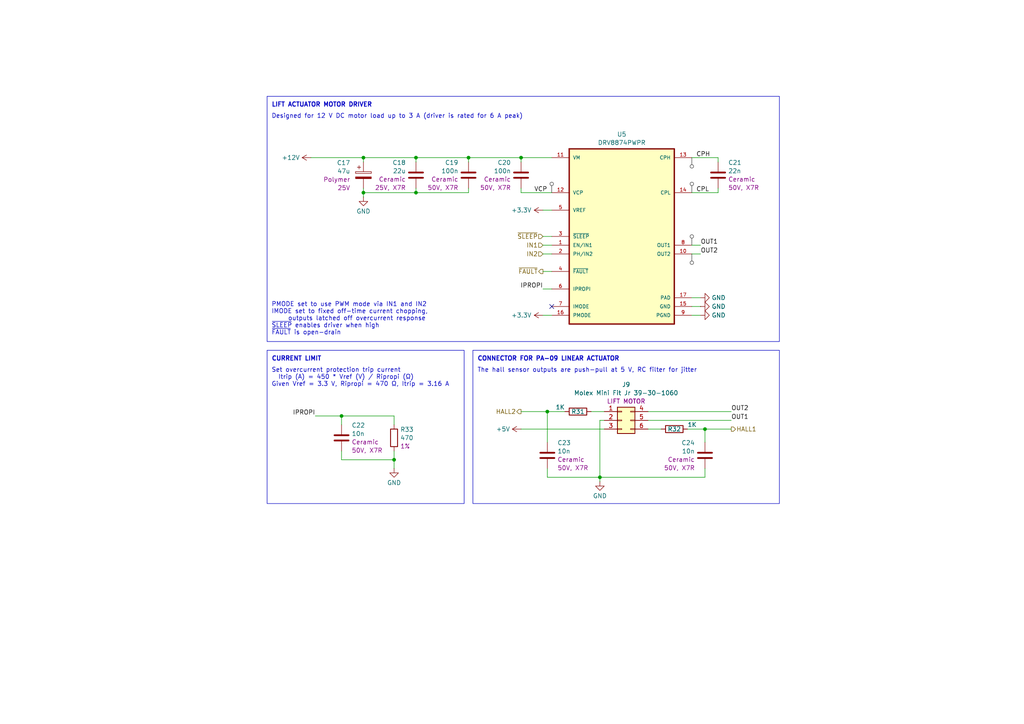
<source format=kicad_sch>
(kicad_sch (version 20250114) (generator "eeschema") (generator_version "9.0")
  (paper "A4")
  (title_block (title "Bed Lift Controller") (date "2026-01") (rev "v1.0") (company "Brown Studios LLC") (comment 1 "github.com/j9brown/bed-lift"))
  (lib_symbols
    (symbol "Connector_Generic:Conn_02x03_Top_Bottom" (pin_names (offset 1.016) (hide yes))
      (property "Reference" "J" (at 1.27 5.08 0))
      (property "Value" "Conn_02x03_Top_Bottom" (at 1.27 -5.08 0))
      (symbol "Conn_02x03_Top_Bottom_1_1"
        (rectangle (start -1.27 3.81) (end 3.81 -3.81) (stroke (width 0.254)) (fill (type background)))
        (rectangle (start -1.27 2.667) (end 0 2.413) (stroke (width 0.1524)))
        (rectangle (start -1.27 0.127) (end 0 -0.127) (stroke (width 0.1524)))
        (rectangle (start -1.27 -2.413) (end 0 -2.667) (stroke (width 0.1524)))
        (rectangle (start 3.81 2.667) (end 2.54 2.413) (stroke (width 0.1524)))
        (rectangle (start 3.81 0.127) (end 2.54 -0.127) (stroke (width 0.1524)))
        (rectangle (start 3.81 -2.413) (end 2.54 -2.667) (stroke (width 0.1524)))
        (pin passive line (at -5.08 2.54 0) (length 3.81) (name "Pin_1") (number "1"))
        (pin passive line (at -5.08 0 0) (length 3.81) (name "Pin_2") (number "2"))
        (pin passive line (at -5.08 -2.54 0) (length 3.81) (name "Pin_3") (number "3"))
        (pin passive line (at 7.62 2.54 180) (length 3.81) (name "Pin_4") (number "4"))
        (pin passive line (at 7.62 0 180) (length 3.81) (name "Pin_5") (number "5"))
        (pin passive line (at 7.62 -2.54 180) (length 3.81) (name "Pin_6") (number "6"))
      )
    )
    (symbol "DRV8874PWPR:DRV8874PWPR" (pin_names (offset 1.016))
      (property "Reference" "U" (at -15.24 26.4 0))
      (property "Value" "DRV8874PWPR" (at -15.24 -29.4 0))
      (symbol "DRV8874PWPR_0_0"
        (rectangle (start -15.24 25.4) (end 15.24 -25.4) (stroke (width 0.41)) (fill (type background)))
        (pin power_in line (at -20.32 22.86 0) (length 5.08) (name "VM") (number "11"))
        (pin power_out line (at -20.32 12.7 0) (length 5.08) (name "VCP") (number "12"))
        (pin input line (at -20.32 7.62 0) (length 5.08) (name "VREF") (number "5"))
        (pin input line (at -20.32 0 0) (length 5.08) (name "~{SLEEP}") (number "3"))
        (pin input line (at -20.32 -2.54 0) (length 5.08) (name "EN/IN1") (number "1"))
        (pin input line (at -20.32 -5.08 0) (length 5.08) (name "PH/IN2") (number "2"))
        (pin output line (at -20.32 -15.24 0) (length 5.08) (name "IPROPI") (number "6"))
        (pin input line (at -20.32 -20.32 0) (length 5.08) (name "IMODE") (number "7"))
        (pin input line (at -20.32 -22.86 0) (length 5.08) (name "PMODE") (number "16"))
        (pin power_out line (at 20.32 22.86 180) (length 5.08) (name "CPH") (number "13"))
        (pin power_out line (at 20.32 12.7 180) (length 5.08) (name "CPL") (number "14"))
        (pin passive line (at 20.32 -17.78 180) (length 5.08) (name "PAD") (number "17"))
        (pin power_in line (at 20.32 -20.32 180) (length 5.08) (name "GND") (number "15"))
        (pin power_in line (at 20.32 -22.86 180) (length 5.08) (name "PGND") (number "9"))
      )
      (symbol "DRV8874PWPR_1_0"
        (pin open_collector line (at -20.32 -10.16 0) (length 5.08) (name "~{FAULT}") (number "4"))
        (pin power_out line (at 20.32 -2.54 180) (length 5.08) (name "OUT1") (number "8"))
        (pin power_out line (at 20.32 -5.08 180) (length 5.08) (name "OUT2") (number "10"))
      )
    )
    (symbol "Device:C" (pin_numbers (hide yes)) (pin_names (offset 0.254))
      (property "Reference" "C" (at 0.635 2.54 0))
      (property "Value" "C" (at 0.635 -2.54 0))
      (symbol "C_0_1"
        (polyline (pts (xy -2.032 0.762) (xy 2.032 0.762)) (stroke (width 0.508)))
        (polyline (pts (xy -2.032 -0.762) (xy 2.032 -0.762)) (stroke (width 0.508)))
      )
      (symbol "C_1_1"
        (pin passive line (at 0 3.81 270) (length 2.794) (name "~") (number "1"))
        (pin passive line (at 0 -3.81 90) (length 2.794) (name "~") (number "2"))
      )
    )
    (symbol "Device:C_Polarized" (pin_numbers (hide yes)) (pin_names (offset 0.254))
      (property "Reference" "C" (at 0.635 2.54 0))
      (property "Value" "C_Polarized" (at 0.635 -2.54 0))
      (symbol "C_Polarized_0_1"
        (rectangle (start -2.286 0.508) (end 2.286 1.016))
        (polyline (pts (xy -1.778 2.286) (xy -0.762 2.286)))
        (polyline (pts (xy -1.27 2.794) (xy -1.27 1.778)))
        (rectangle (start 2.286 -0.508) (end -2.286 -1.016) (fill (type outline)))
      )
      (symbol "C_Polarized_1_1"
        (pin passive line (at 0 3.81 270) (length 2.794) (name "~") (number "1"))
        (pin passive line (at 0 -3.81 90) (length 2.794) (name "~") (number "2"))
      )
    )
    (symbol "Device:R" (pin_numbers (hide yes)) (pin_names (offset 0))
      (property "Reference" "R" (at 2.032 0 90))
      (property "Value" "R" (at 0 0 90))
      (symbol "R_0_1"
        (rectangle (start -1.016 -2.54) (end 1.016 2.54) (stroke (width 0.254)))
      )
      (symbol "R_1_1"
        (pin passive line (at 0 3.81 270) (length 1.27) (name "~") (number "1"))
        (pin passive line (at 0 -3.81 90) (length 1.27) (name "~") (number "2"))
      )
    )
    (symbol "power:+12V" (power) (pin_numbers (hide yes)) (pin_names (offset 0) (hide yes))
      (property "Value" "+12V" (at 0 3.556 0))
      (symbol "+12V_0_1"
        (polyline (pts (xy -0.762 1.27) (xy 0 2.54)))
        (polyline (pts (xy 0 2.54) (xy 0.762 1.27)))
        (polyline (pts (xy 0 0) (xy 0 2.54)))
      )
      (symbol "+12V_1_1"
        (pin power_in line (at 0 0 90) (length 0) (name "~") (number "1"))
      )
    )
    (symbol "power:+3.3V" (power) (pin_numbers (hide yes)) (pin_names (offset 0) (hide yes))
      (property "Value" "+3.3V" (at 0 3.556 0))
      (symbol "+3.3V_0_1"
        (polyline (pts (xy -0.762 1.27) (xy 0 2.54)))
        (polyline (pts (xy 0 2.54) (xy 0.762 1.27)))
        (polyline (pts (xy 0 0) (xy 0 2.54)))
      )
      (symbol "+3.3V_1_1"
        (pin power_in line (at 0 0 90) (length 0) (name "~") (number "1"))
      )
    )
    (symbol "power:+5V" (power) (pin_numbers (hide yes)) (pin_names (offset 0) (hide yes))
      (property "Value" "+5V" (at 0 3.556 0))
      (symbol "+5V_0_1"
        (polyline (pts (xy -0.762 1.27) (xy 0 2.54)))
        (polyline (pts (xy 0 2.54) (xy 0.762 1.27)))
        (polyline (pts (xy 0 0) (xy 0 2.54)))
      )
      (symbol "+5V_1_1"
        (pin power_in line (at 0 0 90) (length 0) (name "~") (number "1"))
      )
    )
    (symbol "power:GND" (power) (pin_numbers (hide yes)) (pin_names (offset 0) (hide yes))
      (property "Value" "GND" (at 0 -3.81 0))
      (symbol "GND_0_1"
        (polyline (pts (xy 0 0) (xy 0 -1.27) (xy 1.27 -1.27) (xy 0 -2.54) (xy -1.27 -1.27) (xy 0 -1.27)))
      )
      (symbol "GND_1_1"
        (pin power_in line (at 0 0 270) (length 0) (name "~") (number "1"))
      )
    )
  )
  (rectangle (start 77.47 101.6) (end 134.62 146.05))
  (rectangle (start 77.47 27.94) (end 226.06 99.06))
  (rectangle (start 137.16 101.6) (end 226.06 146.05))
  (text "CONNECTOR FOR PA-09 LINEAR ACTUATOR" (at 138.43 104.14 0) (effects (font (size 1.27 1.27) (thickness 0.254) (bold yes)) (justify left)))
  (text "PMODE set to use PWM mode via IN1 and IN2\nIMODE set to fixed off-time current chopping,\n	outputs latched off overcurrent response\n~{SLEEP} enables driver when high\n~{FAULT} is open-drain" (at 78.74 87.63 0) (effects (font (size 1.27 1.27)) (justify left top)))
  (text "LIFT ACTUATOR MOTOR DRIVER" (at 78.74 30.48 0) (effects (font (size 1.27 1.27) (thickness 0.254) (bold yes)) (justify left)))
  (text "CURRENT LIMIT" (at 78.74 104.14 0) (effects (font (size 1.27 1.27) (thickness 0.254) (bold yes)) (justify left)))
  (text "Designed for 12 V DC motor load up to 3 A (driver is rated for 6 A peak)" (at 78.74 33.02 0) (effects (font (size 1.27 1.27)) (justify left top)))
  (text "Set overcurrent protection trip current\n  Itrip (A) = 450 * Vref (V) / Ripropi (Ω)\nGiven Vref = 3.3 V, Ripropi = 470 Ω, Itrip = 3.16 A" (at 78.74 106.68 0) (effects (font (size 1.27 1.27)) (justify left top)))
  (text "The hall sensor outputs are push-pull at 5 V, RC filter for jitter" (at 138.43 106.68 0) (effects (font (size 1.27 1.27)) (justify left top)))
  (junction (at 151.13 45.72))
  (junction (at 135.89 45.72))
  (junction (at 173.99 138.43))
  (junction (at 105.41 55.88))
  (junction (at 204.47 124.46))
  (junction (at 105.41 45.72))
  (junction (at 158.75 119.38))
  (junction (at 99.06 120.65))
  (junction (at 120.65 55.88))
  (junction (at 120.65 45.72))
  (junction (at 114.3 133.35))
  (no_connect (at 160.02 88.9))
  (wire (pts (xy 105.41 55.88) (xy 120.65 55.88)))
  (wire (pts (xy 105.41 55.88) (xy 105.41 57.15)))
  (wire (pts (xy 99.06 130.81) (xy 99.06 133.35)))
  (wire (pts (xy 173.99 138.43) (xy 204.47 138.43)))
  (wire (pts (xy 171.45 119.38) (xy 175.26 119.38)))
  (wire (pts (xy 151.13 55.88) (xy 160.02 55.88)))
  (wire (pts (xy 114.3 133.35) (xy 114.3 135.89)))
  (wire (pts (xy 114.3 130.81) (xy 114.3 133.35)))
  (wire (pts (xy 151.13 54.61) (xy 151.13 55.88)))
  (wire (pts (xy 99.06 133.35) (xy 114.3 133.35)))
  (wire (pts (xy 200.66 71.12) (xy 203.2 71.12)))
  (wire (pts (xy 105.41 45.72) (xy 120.65 45.72)))
  (wire (pts (xy 173.99 121.92) (xy 173.99 138.43)))
  (wire (pts (xy 99.06 120.65) (xy 114.3 120.65)))
  (wire (pts (xy 204.47 138.43) (xy 204.47 135.89)))
  (wire (pts (xy 135.89 45.72) (xy 151.13 45.72)))
  (wire (pts (xy 151.13 124.46) (xy 175.26 124.46)))
  (wire (pts (xy 105.41 54.61) (xy 105.41 55.88)))
  (wire (pts (xy 151.13 46.99) (xy 151.13 45.72)))
  (wire (pts (xy 204.47 124.46) (xy 212.09 124.46)))
  (wire (pts (xy 120.65 45.72) (xy 135.89 45.72)))
  (wire (pts (xy 187.96 119.38) (xy 212.09 119.38)))
  (wire (pts (xy 200.66 45.72) (xy 208.28 45.72)))
  (wire (pts (xy 173.99 138.43) (xy 173.99 139.7)))
  (wire (pts (xy 158.75 135.89) (xy 158.75 138.43)))
  (wire (pts (xy 158.75 119.38) (xy 158.75 128.27)))
  (wire (pts (xy 120.65 45.72) (xy 120.65 46.99)))
  (wire (pts (xy 204.47 124.46) (xy 204.47 128.27)))
  (wire (pts (xy 157.48 71.12) (xy 160.02 71.12)))
  (wire (pts (xy 200.66 88.9) (xy 203.2 88.9)))
  (wire (pts (xy 200.66 91.44) (xy 203.2 91.44)))
  (wire (pts (xy 105.41 45.72) (xy 105.41 46.99)))
  (wire (pts (xy 120.65 54.61) (xy 120.65 55.88)))
  (wire (pts (xy 157.48 73.66) (xy 160.02 73.66)))
  (wire (pts (xy 120.65 55.88) (xy 135.89 55.88)))
  (wire (pts (xy 91.44 120.65) (xy 99.06 120.65)))
  (wire (pts (xy 208.28 46.99) (xy 208.28 45.72)))
  (wire (pts (xy 157.48 78.74) (xy 160.02 78.74)))
  (wire (pts (xy 151.13 119.38) (xy 158.75 119.38)))
  (wire (pts (xy 200.66 55.88) (xy 208.28 55.88)))
  (wire (pts (xy 187.96 121.92) (xy 212.09 121.92)))
  (wire (pts (xy 157.48 60.96) (xy 160.02 60.96)))
  (wire (pts (xy 173.99 121.92) (xy 175.26 121.92)))
  (wire (pts (xy 199.39 124.46) (xy 204.47 124.46)))
  (wire (pts (xy 157.48 68.58) (xy 160.02 68.58)))
  (wire (pts (xy 114.3 120.65) (xy 114.3 123.19)))
  (wire (pts (xy 157.48 91.44) (xy 160.02 91.44)))
  (wire (pts (xy 90.17 45.72) (xy 105.41 45.72)))
  (wire (pts (xy 200.66 73.66) (xy 203.2 73.66)))
  (wire (pts (xy 135.89 45.72) (xy 135.89 46.99)))
  (wire (pts (xy 208.28 54.61) (xy 208.28 55.88)))
  (wire (pts (xy 99.06 120.65) (xy 99.06 123.19)))
  (wire (pts (xy 200.66 86.36) (xy 203.2 86.36)))
  (wire (pts (xy 135.89 55.88) (xy 135.89 54.61)))
  (wire (pts (xy 158.75 119.38) (xy 163.83 119.38)))
  (wire (pts (xy 158.75 138.43) (xy 173.99 138.43)))
  (wire (pts (xy 151.13 45.72) (xy 160.02 45.72)))
  (wire (pts (xy 187.96 124.46) (xy 191.77 124.46)))
  (wire (pts (xy 157.48 83.82) (xy 160.02 83.82)))
  (label "IPROPI" (at 157.48 83.82 180))
  (label "CPH" (at 201.93 45.72 0))
  (label "OUT2" (at 203.2 73.66 0))
  (label "VCP" (at 158.75 55.88 180))
  (label "OUT1" (at 212.09 121.92 0))
  (label "OUT2" (at 212.09 119.38 0))
  (label "IPROPI" (at 91.44 120.65 180))
  (label "CPL" (at 201.93 55.88 0))
  (label "OUT1" (at 203.2 71.12 0))
  (hierarchical_label "~{FAULT}" (shape output) (at 157.48 78.74 180))
  (hierarchical_label "IN1" (shape input) (at 157.48 71.12 180))
  (hierarchical_label "IN2" (shape input) (at 157.48 73.66 180))
  (hierarchical_label "HALL1" (shape output) (at 212.09 124.46 0))
  (hierarchical_label "HALL2" (shape output) (at 151.13 119.38 180))
  (hierarchical_label "~{SLEEP}" (shape input) (at 157.48 68.58 180))
  (netclass_flag "" (length 2.54) (shape round) (at 200.66 73.66 180) (property "Netclass" "Power-4A" (effects (hide yes))))
  (netclass_flag "" (length 2.54) (shape round) (at 160.02 55.88 0) (property "Netclass" "Power" (effects (hide yes))))
  (netclass_flag "" (length 2.54) (shape round) (at 200.66 55.88 0) (property "Netclass" "Power" (effects (hide yes))))
  (netclass_flag "" (length 2.54) (shape round) (at 200.66 45.72 180) (property "Netclass" "Power" (effects (hide yes))))
  (netclass_flag "" (length 2.54) (shape round) (at 200.66 71.12 0) (property "Netclass" "Power-4A" (effects (hide yes))))
  (symbol (lib_id "power:+5V") (at 151.13 124.46 90) (unit 1)
    (property "Reference" "#PWR045" (effects (hide yes)))
    (property "Value" "+5V" (at 147.9551 124.46 90) (effects (justify left)))
    (property "Description" "Power symbol creates a global label with name \"+5V\"" (effects (hide yes)))
    (instances (project "bed-lift" (path "" (reference "#PWR045") (unit 1)) (path "" (reference "#PWR055") (unit 1))))
  )
  (symbol (lib_id "Device:C") (at 204.47 132.08 0) (mirror y) (unit 1)
    (property "Reference" "C24" (at 201.549 128.4435 0) (effects (justify left)))
    (property "Value" "10n" (at 201.549 130.8678 0) (effects (justify left)))
    (property "Footprint" "Capacitor_SMD:C_0603_1608Metric" (effects (hide yes)))
    (property "Description" "Unpolarized capacitor" (effects (hide yes)))
    (property "Type" "Ceramic" (at 201.549 133.2921 0) (effects (justify left)))
    (property "Rating" "50V, X7R" (at 201.549 135.7164 0) (effects (justify left)))
    (property "LCSC" "C57112" (effects (hide yes)))
    (instances (project "bed-lift" (path "" (reference "C24") (unit 1)) (path "" (reference "C32") (unit 1))))
  )
  (symbol (lib_id "Device:C") (at 135.89 50.8 0) (mirror y) (unit 1)
    (property "Reference" "C19" (at 132.969 47.1635 0) (effects (justify left)))
    (property "Value" "100n" (at 132.969 49.5878 0) (effects (justify left)))
    (property "Footprint" "Capacitor_SMD:C_0603_1608Metric" (effects (hide yes)))
    (property "Description" "Unpolarized capacitor" (effects (hide yes)))
    (property "Type" "Ceramic" (at 132.969 52.0121 0) (effects (justify left)))
    (property "Rating" "50V, X7R" (at 132.969 54.4364 0) (effects (justify left)))
    (property "LCSC" "C14663" (effects (hide yes)))
    (instances (project "bed-lift" (path "" (reference "C19") (unit 1)) (path "" (reference "C27") (unit 1))))
  )
  (symbol (lib_id "Device:C_Polarized") (at 105.41 50.8 0) (unit 1)
    (property "Reference" "C17" (at 101.6 47.2214 0) (effects (justify right)))
    (property "Value" "47u" (at 101.6 49.6457 0) (effects (justify right)))
    (property "Footprint" "Capacitor_THT:CP_Radial_D5.0mm_P2.50mm" (effects (hide yes)))
    (property "Description" "Polarized capacitor" (effects (hide yes)))
    (property "Type" "Polymer" (at 101.6 52.07 0) (effects (justify right)))
    (property "Rating" "25V" (at 101.6 54.4943 0) (effects (justify right)))
    (property "LCSC" "C5243872" (effects (hide yes)))
    (property "MPN" "4700250508R00" (effects (hide yes)))
    (instances (project "bed-lift" (path "" (reference "C17") (unit 1)) (path "" (reference "C25") (unit 1))))
  )
  (symbol (lib_id "power:GND") (at 203.2 88.9 90) (unit 1)
    (property "Reference" "#PWR042" (effects (hide yes)))
    (property "Value" "GND" (at 206.375 88.9 90) (effects (justify right)))
    (property "Description" "Power symbol creates a global label with name \"GND\" , ground" (effects (hide yes)))
    (instances (project "bed-lift" (path "" (reference "#PWR042") (unit 1)) (path "" (reference "#PWR052") (unit 1))))
  )
  (symbol (lib_id "Device:C") (at 158.75 132.08 0) (unit 1)
    (property "Reference" "C23" (at 161.671 128.4435 0) (effects (justify left)))
    (property "Value" "10n" (at 161.671 130.8678 0) (effects (justify left)))
    (property "Footprint" "Capacitor_SMD:C_0603_1608Metric" (effects (hide yes)))
    (property "Description" "Unpolarized capacitor" (effects (hide yes)))
    (property "Type" "Ceramic" (at 161.671 133.2921 0) (effects (justify left)))
    (property "Rating" "50V, X7R" (at 161.671 135.7164 0) (effects (justify left)))
    (property "LCSC" "C57112" (effects (hide yes)))
    (instances (project "bed-lift" (path "" (reference "C23") (unit 1)) (path "" (reference "C31") (unit 1))))
  )
  (symbol (lib_id "Connector_Generic:Conn_02x03_Top_Bottom") (at 180.34 121.92 0) (unit 1)
    (property "Reference" "J9" (at 181.61 111.5413 0))
    (property "Value" "Molex Mini Fit Jr 39-30-1060" (at 181.61 113.9656 0))
    (property "Footprint" "Molex:MOLEX_39301060" (effects (hide yes)))
    (property "Description" "Generic connector, double row, 02x03, top/bottom pin numbering scheme (row 1: 1...pins_per_row, row2: pins_per_row+1 ... num_pins), script generated (kicad-library-utils/schlib/autogen/connector/)" (effects (hide yes)))
    (property "Label" "LIFT MOTOR" (at 181.61 116.3899 0))
    (property "LCSC" "C114098" (effects (hide yes)))
    (property "FT Position Offset" "0,3.81" (effects (hide yes)))
    (instances (project "" (path "" (reference "J9") (unit 1)) (path "" (reference "J10") (unit 1))))
  )
  (symbol (lib_id "power:GND") (at 173.99 139.7 0) (mirror y) (unit 1)
    (property "Reference" "#PWR047" (effects (hide yes)))
    (property "Value" "GND" (at 173.99 143.8331 0))
    (property "Description" "Power symbol creates a global label with name \"GND\" , ground" (effects (hide yes)))
    (instances (project "bed-lift" (path "" (reference "#PWR047") (unit 1)) (path "" (reference "#PWR057") (unit 1))))
  )
  (symbol (lib_id "Device:C") (at 208.28 50.8 0) (unit 1)
    (property "Reference" "C21" (at 211.201 47.1635 0) (effects (justify left)))
    (property "Value" "22n" (at 211.201 49.5878 0) (effects (justify left)))
    (property "Footprint" "Capacitor_SMD:C_0603_1608Metric" (effects (hide yes)))
    (property "Description" "Unpolarized capacitor" (effects (hide yes)))
    (property "Type" "Ceramic" (at 211.201 52.0121 0) (effects (justify left)))
    (property "Rating" "50V, X7R" (at 211.201 54.4364 0) (effects (justify left)))
    (property "LCSC" "C21122" (effects (hide yes)))
    (instances (project "bed-lift" (path "" (reference "C21") (unit 1)) (path "" (reference "C29") (unit 1))))
  )
  (symbol (lib_id "Device:C") (at 151.13 50.8 0) (mirror y) (unit 1)
    (property "Reference" "C20" (at 148.209 47.1635 0) (effects (justify left)))
    (property "Value" "100n" (at 148.209 49.5878 0) (effects (justify left)))
    (property "Footprint" "Capacitor_SMD:C_0603_1608Metric" (effects (hide yes)))
    (property "Description" "Unpolarized capacitor" (effects (hide yes)))
    (property "Type" "Ceramic" (at 148.209 52.0121 0) (effects (justify left)))
    (property "Rating" "50V, X7R" (at 148.209 54.4364 0) (effects (justify left)))
    (property "LCSC" "C14663" (effects (hide yes)))
    (instances (project "bed-lift" (path "" (reference "C20") (unit 1)) (path "" (reference "C28") (unit 1))))
  )
  (symbol (lib_id "DRV8874PWPR:DRV8874PWPR") (at 180.34 68.58 0) (unit 1)
    (property "Reference" "U5" (at 180.34 38.9575 0))
    (property "Value" "DRV8874PWPR" (at 180.34 41.3818 0))
    (property "Footprint" "DRV8874PWPR:HTSSOP-16 PWP0016J" (effects (hide yes)))
    (property "Datasheet" "https://www.ti.com/lit/ds/slvsf66a/slvsf66a.pdf" (effects (hide yes)))
    (property "PACKAGE" "HTSSOP-16 Texas Instruments" (effects (hide yes)))
    (property "MAXIMUM_PACKAGE_HEIGHT" "1.2mm" (effects (hide yes)))
    (property "MANUFACTURER" "Texas Instruments" (effects (hide yes)))
    (property "LCSC" "C1855818" (effects (hide yes)))
    (instances (project "bed-lift" (path "" (reference "U5") (unit 1)) (path "" (reference "U6") (unit 1))))
  )
  (symbol (lib_id "power:GND") (at 105.41 57.15 0) (unit 1)
    (property "Reference" "#PWR039" (effects (hide yes)))
    (property "Value" "GND" (at 105.41 61.2831 0))
    (property "Description" "Power symbol creates a global label with name \"GND\" , ground" (effects (hide yes)))
    (instances (project "bed-lift" (path "" (reference "#PWR039") (unit 1)) (path "" (reference "#PWR049") (unit 1))))
  )
  (symbol (lib_id "power:+12V") (at 90.17 45.72 90) (unit 1)
    (property "Reference" "#PWR038" (effects (hide yes)))
    (property "Value" "+12V" (at 86.995 45.72 90) (effects (justify left)))
    (property "Description" "Power symbol creates a global label with name \"+12V\"" (effects (hide yes)))
    (instances (project "bed-lift" (path "" (reference "#PWR038") (unit 1)) (path "" (reference "#PWR048") (unit 1))))
  )
  (symbol (lib_id "power:GND") (at 114.3 135.89 0) (unit 1)
    (property "Reference" "#PWR046" (effects (hide yes)))
    (property "Value" "GND" (at 114.3 140.0231 0))
    (property "Description" "Power symbol creates a global label with name \"GND\" , ground" (effects (hide yes)))
    (instances (project "bed-lift" (path "" (reference "#PWR046") (unit 1)) (path "" (reference "#PWR056") (unit 1))))
  )
  (symbol (lib_id "power:+3.3V") (at 157.48 91.44 90) (unit 1)
    (property "Reference" "#PWR043" (effects (hide yes)))
    (property "Value" "+3.3V" (at 154.178 91.44 90) (effects (justify left)))
    (property "Description" "Power symbol creates a global label with name \"+3.3V\"" (effects (hide yes)))
    (instances (project "bed-lift" (path "" (reference "#PWR043") (unit 1)) (path "" (reference "#PWR053") (unit 1))))
  )
  (symbol (lib_id "power:GND") (at 203.2 91.44 90) (unit 1)
    (property "Reference" "#PWR044" (effects (hide yes)))
    (property "Value" "GND" (at 206.375 91.44 90) (effects (justify right)))
    (property "Description" "Power symbol creates a global label with name \"GND\" , ground" (effects (hide yes)))
    (instances (project "bed-lift" (path "" (reference "#PWR044") (unit 1)) (path "" (reference "#PWR054") (unit 1))))
  )
  (symbol (lib_id "power:GND") (at 203.2 86.36 90) (unit 1)
    (property "Reference" "#PWR041" (effects (hide yes)))
    (property "Value" "GND" (at 206.375 86.36 90) (effects (justify right)))
    (property "Description" "Power symbol creates a global label with name \"GND\" , ground" (effects (hide yes)))
    (instances (project "bed-lift" (path "" (reference "#PWR041") (unit 1)) (path "" (reference "#PWR051") (unit 1))))
  )
  (symbol (lib_id "Device:R") (at 114.3 127 0) (mirror y) (unit 1)
    (property "Reference" "R33" (at 116.078 124.5757 0) (effects (justify right)))
    (property "Value" "470" (at 116.078 127 0) (effects (justify right)))
    (property "Footprint" "Resistor_SMD:R_0603_1608Metric" (effects (hide yes)))
    (property "Description" "Resistor" (effects (hide yes)))
    (property "Rating" "1%" (at 116.078 129.4243 0) (effects (justify right)))
    (property "LCSC" "C23179" (effects (hide yes)))
    (instances (project "bed-lift" (path "" (reference "R33") (unit 1)) (path "" (reference "R36") (unit 1))))
  )
  (symbol (lib_id "power:+3.3V") (at 157.48 60.96 90) (unit 1)
    (property "Reference" "#PWR040" (effects (hide yes)))
    (property "Value" "+3.3V" (at 154.178 60.96 90) (effects (justify left)))
    (property "Description" "Power symbol creates a global label with name \"+3.3V\"" (effects (hide yes)))
    (instances (project "bed-lift" (path "" (reference "#PWR040") (unit 1)) (path "" (reference "#PWR050") (unit 1))))
  )
  (symbol (lib_id "Device:R") (at 167.64 119.38 90) (unit 1)
    (property "Reference" "R31" (at 167.64 119.38 90))
    (property "Value" "1K" (at 163.83 118.11 90) (effects (justify left)))
    (property "Footprint" "Resistor_SMD:R_0603_1608Metric" (effects (hide yes)))
    (property "Description" "Resistor" (effects (hide yes)))
    (property "LCSC" "C21190" (effects (hide yes)))
    (instances (project "bed-lift" (path "" (reference "R31") (unit 1)) (path "" (reference "R34") (unit 1))))
  )
  (symbol (lib_id "Device:R") (at 195.58 124.46 90) (unit 1)
    (property "Reference" "R32" (at 195.58 124.46 90))
    (property "Value" "1K" (at 199.39 123.19 90) (effects (justify right)))
    (property "Footprint" "Resistor_SMD:R_0603_1608Metric" (effects (hide yes)))
    (property "Description" "Resistor" (effects (hide yes)))
    (property "LCSC" "C21190" (effects (hide yes)))
    (instances (project "bed-lift" (path "" (reference "R32") (unit 1)) (path "" (reference "R35") (unit 1))))
  )
  (symbol (lib_id "Device:C") (at 99.06 127 0) (mirror y) (unit 1)
    (property "Reference" "C22" (at 101.981 123.3635 0) (effects (justify right)))
    (property "Value" "10n" (at 101.981 125.7878 0) (effects (justify right)))
    (property "Footprint" "Capacitor_SMD:C_0603_1608Metric" (effects (hide yes)))
    (property "Description" "Unpolarized capacitor" (effects (hide yes)))
    (property "Type" "Ceramic" (at 101.981 128.2121 0) (effects (justify right)))
    (property "Rating" "50V, X7R" (at 101.981 130.6364 0) (effects (justify right)))
    (property "LCSC" "C57112" (effects (hide yes)))
    (instances (project "bed-lift" (path "" (reference "C22") (unit 1)) (path "" (reference "C30") (unit 1))))
  )
  (symbol (lib_id "Device:C") (at 120.65 50.8 0) (mirror x) (unit 1)
    (property "Reference" "C18" (at 117.729 47.1635 0) (effects (justify right)))
    (property "Value" "22u" (at 117.729 49.5878 0) (effects (justify right)))
    (property "Footprint" "Capacitor_SMD:C_1210_3225Metric" (effects (hide yes)))
    (property "Description" "Unpolarized capacitor" (effects (hide yes)))
    (property "Type" "Ceramic" (at 117.729 52.0121 0) (effects (justify right)))
    (property "Rating" "25V, X7R" (at 117.729 54.4364 0) (effects (justify right)))
    (property "LCSC" "C309062" (effects (hide yes)))
    (instances (project "bed-lift" (path "" (reference "C18") (unit 1)) (path "" (reference "C26") (unit 1))))
  )
)
</source>
